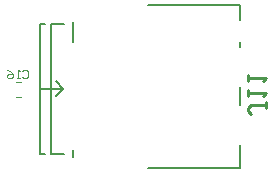
<source format=gbo>
G04*
G04 #@! TF.GenerationSoftware,Altium Limited,Altium Designer,19.0.14 (431)*
G04*
G04 Layer_Color=32896*
%FSLAX25Y25*%
%MOIN*%
G70*
G01*
G75*
%ADD11C,0.01000*%
%ADD12C,0.00787*%
%ADD14C,0.00394*%
D11*
X366530Y160550D02*
Y158551D01*
Y159550D01*
X361531D01*
X360531Y158551D01*
Y157551D01*
X361531Y156551D01*
X360531Y162549D02*
Y164549D01*
Y163549D01*
X366530D01*
X365530Y162549D01*
X360531Y167548D02*
Y169547D01*
Y168547D01*
X366530D01*
X365530Y167548D01*
D12*
X291142Y143453D02*
X292913D01*
X291142D02*
Y186760D01*
X292913D01*
X295079Y143453D02*
Y186760D01*
X299213D01*
X295079Y143453D02*
X299213D01*
X302362Y180461D02*
Y187153D01*
Y142272D02*
Y144634D01*
X327165Y138728D02*
X357874D01*
X327165Y193059D02*
X357874D01*
Y187941D02*
Y193059D01*
Y178886D02*
Y180461D01*
Y159595D02*
Y165500D01*
Y138728D02*
Y146209D01*
X296654Y162744D02*
X299016Y165106D01*
X296654Y167469D02*
X299016Y165106D01*
X291142D02*
X299016D01*
D14*
X283255Y167272D02*
X284830D01*
X283255Y162154D02*
X284830D01*
X285355Y170800D02*
X285815Y171259D01*
X286733D01*
X287192Y170800D01*
Y168963D01*
X286733Y168504D01*
X285815D01*
X285355Y168963D01*
X284437Y168504D02*
X283519D01*
X283978D01*
Y171259D01*
X284437Y170800D01*
X280305Y171259D02*
X281223Y170800D01*
X282141Y169881D01*
Y168963D01*
X281682Y168504D01*
X280764D01*
X280305Y168963D01*
Y169422D01*
X280764Y169881D01*
X282141D01*
M02*

</source>
